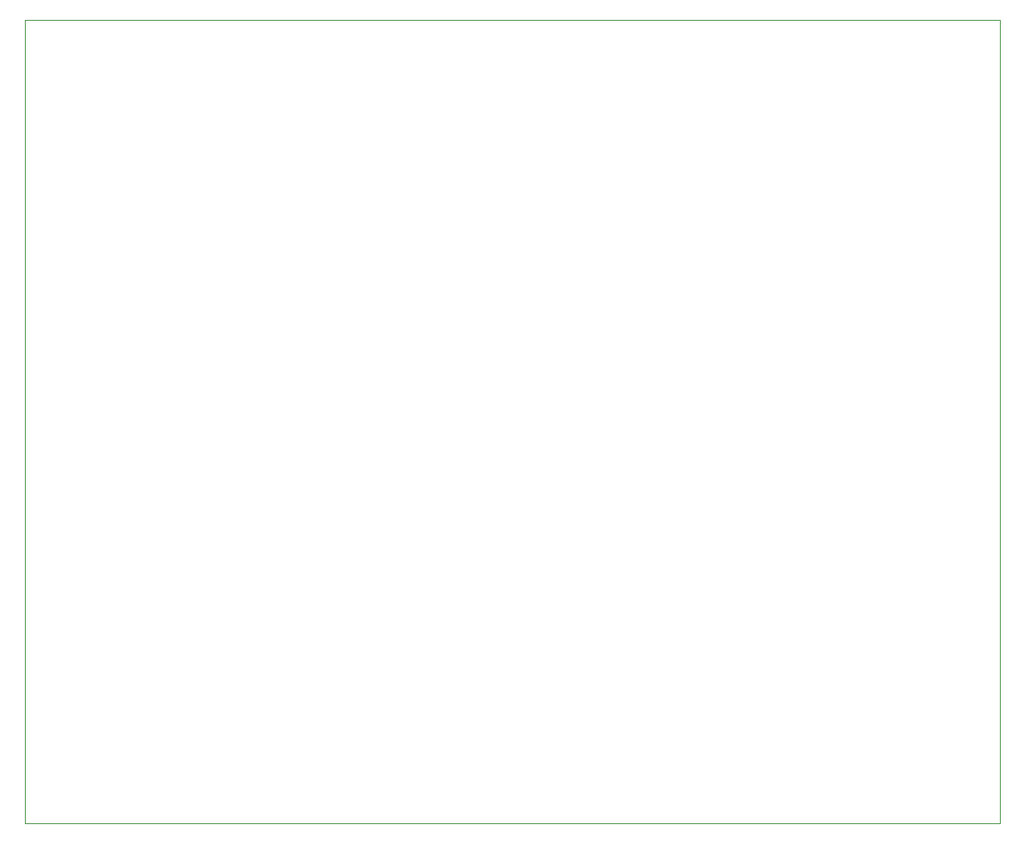
<source format=gbr>
%TF.GenerationSoftware,KiCad,Pcbnew,5.1.8-db9833491~88~ubuntu18.04.1*%
%TF.CreationDate,2021-11-07T22:26:50+01:00*%
%TF.ProjectId,MqttElecTinfo,4d717474-456c-4656-9354-696e666f2e6b,rev?*%
%TF.SameCoordinates,Original*%
%TF.FileFunction,Profile,NP*%
%FSLAX46Y46*%
G04 Gerber Fmt 4.6, Leading zero omitted, Abs format (unit mm)*
G04 Created by KiCad (PCBNEW 5.1.8-db9833491~88~ubuntu18.04.1) date 2021-11-07 22:26:50*
%MOMM*%
%LPD*%
G01*
G04 APERTURE LIST*
%TA.AperFunction,Profile*%
%ADD10C,0.050000*%
%TD*%
G04 APERTURE END LIST*
D10*
X118400000Y-60200000D02*
X118400000Y-142200000D01*
X120000000Y-60200000D02*
X118400000Y-60200000D01*
X217800000Y-142200000D02*
X118400000Y-142200000D01*
X217800000Y-60200000D02*
X217800000Y-142200000D01*
X120000000Y-60200000D02*
X217800000Y-60200000D01*
M02*

</source>
